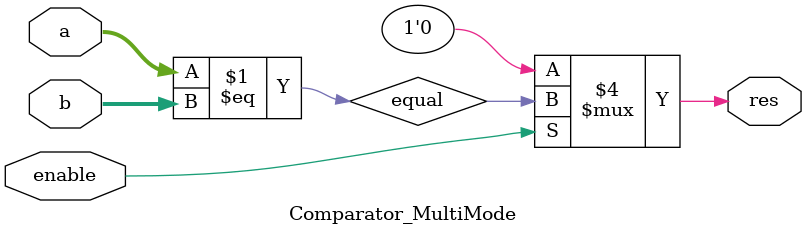
<source format=sv>
module Comparator_MultiMode #(
    parameter TYPE = 0, // 0:Equal,1:Greater,2:Less
    parameter WIDTH = 32
)(
    input               enable,   // 比较使能信号  
    input  [WIDTH-1:0]  a,b,
    output              res
);
    wire equal   = (a == b);
    wire greater = (a > b);
    wire less    = (a < b);
    
    assign res = enable ? 
                (TYPE == 0 ? equal : 
                 TYPE == 1 ? greater : less) 
                : 1'b0;
endmodule
</source>
